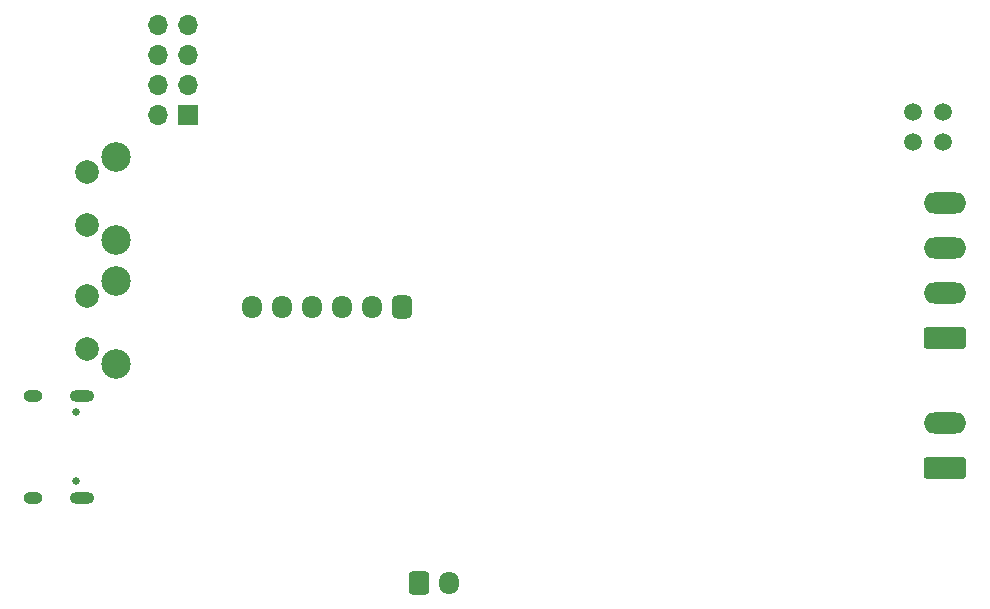
<source format=gbs>
G04 #@! TF.GenerationSoftware,KiCad,Pcbnew,8.0.2-8.0.2-0~ubuntu23.10.1*
G04 #@! TF.CreationDate,2024-05-23T15:30:07+07:00*
G04 #@! TF.ProjectId,Node_RS232,4e6f6465-5f52-4533-9233-322e6b696361,rev?*
G04 #@! TF.SameCoordinates,Original*
G04 #@! TF.FileFunction,Soldermask,Bot*
G04 #@! TF.FilePolarity,Negative*
%FSLAX46Y46*%
G04 Gerber Fmt 4.6, Leading zero omitted, Abs format (unit mm)*
G04 Created by KiCad (PCBNEW 8.0.2-8.0.2-0~ubuntu23.10.1) date 2024-05-23 15:30:07*
%MOMM*%
%LPD*%
G01*
G04 APERTURE LIST*
G04 Aperture macros list*
%AMRoundRect*
0 Rectangle with rounded corners*
0 $1 Rounding radius*
0 $2 $3 $4 $5 $6 $7 $8 $9 X,Y pos of 4 corners*
0 Add a 4 corners polygon primitive as box body*
4,1,4,$2,$3,$4,$5,$6,$7,$8,$9,$2,$3,0*
0 Add four circle primitives for the rounded corners*
1,1,$1+$1,$2,$3*
1,1,$1+$1,$4,$5*
1,1,$1+$1,$6,$7*
1,1,$1+$1,$8,$9*
0 Add four rect primitives between the rounded corners*
20,1,$1+$1,$2,$3,$4,$5,0*
20,1,$1+$1,$4,$5,$6,$7,0*
20,1,$1+$1,$6,$7,$8,$9,0*
20,1,$1+$1,$8,$9,$2,$3,0*%
G04 Aperture macros list end*
%ADD10C,0.650000*%
%ADD11O,2.100000X1.000000*%
%ADD12O,1.600000X1.000000*%
%ADD13C,2.000000*%
%ADD14C,2.500000*%
%ADD15RoundRect,0.250000X-0.600000X0.725000X-0.600000X-0.725000X0.600000X-0.725000X0.600000X0.725000X0*%
%ADD16O,1.700000X1.950000*%
%ADD17C,1.500000*%
%ADD18RoundRect,0.425000X-0.425000X0.550000X-0.425000X-0.550000X0.425000X-0.550000X0.425000X0.550000X0*%
%ADD19RoundRect,0.250000X1.550000X-0.650000X1.550000X0.650000X-1.550000X0.650000X-1.550000X-0.650000X0*%
%ADD20O,3.600000X1.800000*%
%ADD21R,1.700000X1.700000*%
%ADD22O,1.700000X1.700000*%
G04 APERTURE END LIST*
D10*
X105000000Y-99510000D03*
X105000000Y-105290000D03*
D11*
X105530000Y-98080000D03*
D12*
X101350000Y-98080000D03*
D11*
X105530000Y-106720000D03*
D12*
X101350000Y-106720000D03*
D13*
X105900000Y-79150000D03*
X105900000Y-83650000D03*
D14*
X108400000Y-77900000D03*
X108400000Y-84900000D03*
D15*
X134035000Y-113950000D03*
D16*
X136575000Y-113950000D03*
D17*
X178400000Y-76640000D03*
X178400000Y-74100000D03*
X175860000Y-76640000D03*
X175860000Y-74100000D03*
D18*
X132580000Y-90600000D03*
D16*
X130040000Y-90600000D03*
X127500000Y-90600000D03*
X124960000Y-90600000D03*
X122420000Y-90600000D03*
X119880000Y-90600000D03*
D19*
X178600000Y-93230000D03*
D20*
X178600000Y-89420000D03*
X178600000Y-85610000D03*
X178600000Y-81800000D03*
D13*
X105900000Y-89650000D03*
X105900000Y-94150000D03*
D14*
X108400000Y-88400000D03*
X108400000Y-95400000D03*
D19*
X178600000Y-104200000D03*
D20*
X178600000Y-100390000D03*
D21*
X114475000Y-74300000D03*
D22*
X111935000Y-74300000D03*
X114475000Y-71760000D03*
X111935000Y-71760000D03*
X114475000Y-69220000D03*
X111935000Y-69220000D03*
X114475000Y-66680000D03*
X111935000Y-66680000D03*
M02*

</source>
